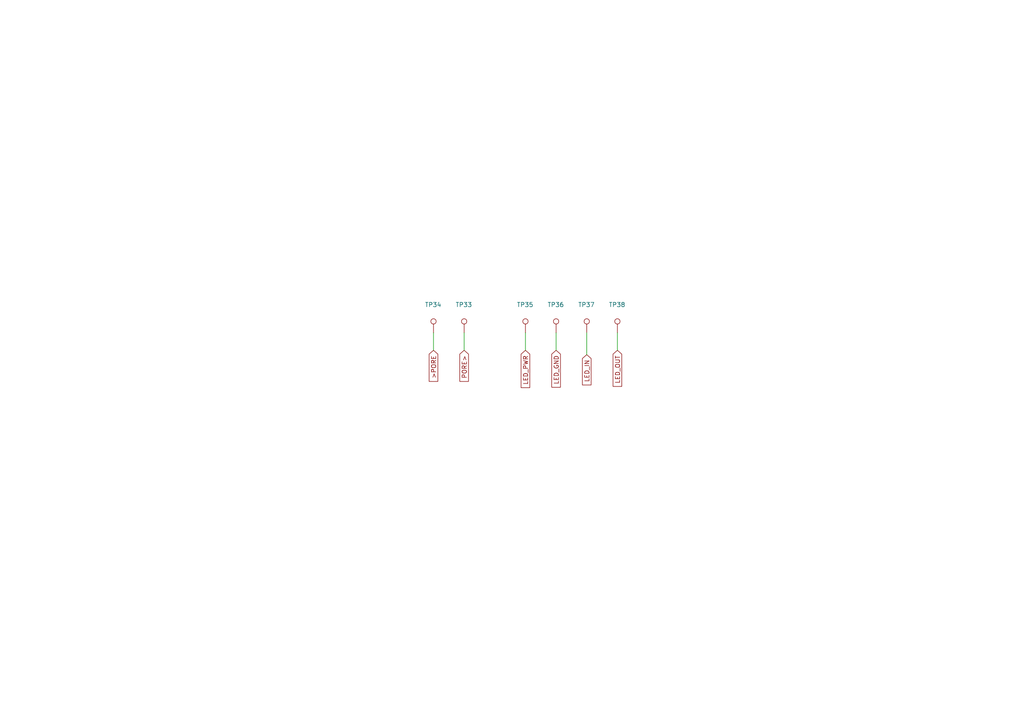
<source format=kicad_sch>
(kicad_sch (version 20231120) (generator "eeschema") (generator_version "8.0")
  (paper "A4")
  (lib_symbols
    (symbol "Connector:TestPoint" (pin_numbers hide) (pin_names (offset 0.762) hide)
      (property "Reference" "TP" (at 0 6.858 0))
      (property "Value" "TestPoint" (at 0 5.08 0))
      (symbol "TestPoint_0_1"
        (circle (center 0 3.302) (radius 0.762))
      )
      (symbol "TestPoint_1_1"
        (pin passive line (at 0 0 90) (length 2.54) (name "1") (number "1"))
      )
    )
  )
  (wire (pts (xy 170.18 96.52) (xy 170.18 102.87)))
  (wire (pts (xy 179.07 96.52) (xy 179.07 101.6)))
  (wire (pts (xy 125.73 96.52) (xy 125.73 101.6)))
  (wire (pts (xy 134.62 96.52) (xy 134.62 101.6)))
  (wire (pts (xy 152.4 96.52) (xy 152.4 101.6)))
  (wire (pts (xy 161.29 96.52) (xy 161.29 101.6)))
  (global_label "LED_IN" (shape input) (at 170.18 102.87 270) (property "Intersheetrefs" "${INTERSHEET_REFS}" (effects (hide yes))))
  (global_label ">PORE" (shape input) (at 125.73 101.6 270) (property "Intersheetrefs" "${INTERSHEET_REFS}" (effects (hide yes))))
  (global_label "LED_OUT" (shape input) (at 179.07 101.6 270) (property "Intersheetrefs" "${INTERSHEET_REFS}" (effects (hide yes))))
  (global_label "LED_PWR" (shape input) (at 152.4 101.6 270) (property "Intersheetrefs" "${INTERSHEET_REFS}" (effects (hide yes))))
  (global_label "PORE>" (shape input) (at 134.62 101.6 270) (property "Intersheetrefs" "${INTERSHEET_REFS}" (effects (hide yes))))
  (global_label "LED_GND" (shape input) (at 161.29 101.6 270) (property "Intersheetrefs" "${INTERSHEET_REFS}" (effects (hide yes))))
  (symbol (lib_id "Connector:TestPoint") (at 134.62 96.52 0) (unit 1)
    (property "Reference" "TP33" (at 132.08 88.392 0) (effects (justify left)))
    (property "Value" "TestPoint" (effects (hide yes)))
    (property "Footprint" "TestPoint:Test Point" (effects (hide yes)))
    (property "Description" "test point" (effects (hide yes)))
  )
  (symbol (lib_id "Connector:TestPoint") (at 125.73 96.52 0) (unit 1)
    (property "Reference" "TP34" (at 123.19 88.392 0) (effects (justify left)))
    (property "Value" "TestPoint" (effects (hide yes)))
    (property "Footprint" "TestPoint:Test Point" (effects (hide yes)))
    (property "Description" "test point" (effects (hide yes)))
  )
  (symbol (lib_id "Connector:TestPoint") (at 161.29 96.52 0) (unit 1)
    (property "Reference" "TP36" (at 158.75 88.392 0) (effects (justify left)))
    (property "Value" "TestPoint" (effects (hide yes)))
    (property "Footprint" "TestPoint:Test Point" (effects (hide yes)))
    (property "Description" "test point" (effects (hide yes)))
  )
  (symbol (lib_id "Connector:TestPoint") (at 179.07 96.52 0) (unit 1)
    (property "Reference" "TP38" (at 176.53 88.392 0) (effects (justify left)))
    (property "Value" "TestPoint" (effects (hide yes)))
    (property "Footprint" "TestPoint:Test Point" (effects (hide yes)))
    (property "Description" "test point" (effects (hide yes)))
  )
  (symbol (lib_id "Connector:TestPoint") (at 152.4 96.52 0) (unit 1)
    (property "Reference" "TP35" (at 149.86 88.392 0) (effects (justify left)))
    (property "Value" "TestPoint" (effects (hide yes)))
    (property "Footprint" "TestPoint:Test Point" (effects (hide yes)))
    (property "Description" "test point" (effects (hide yes)))
  )
  (symbol (lib_id "Connector:TestPoint") (at 170.18 96.52 0) (unit 1)
    (property "Reference" "TP37" (at 167.64 88.392 0) (effects (justify left)))
    (property "Value" "TestPoint" (effects (hide yes)))
    (property "Footprint" "TestPoint:Test Point" (effects (hide yes)))
    (property "Description" "test point" (effects (hide yes)))
  )
)
</source>
